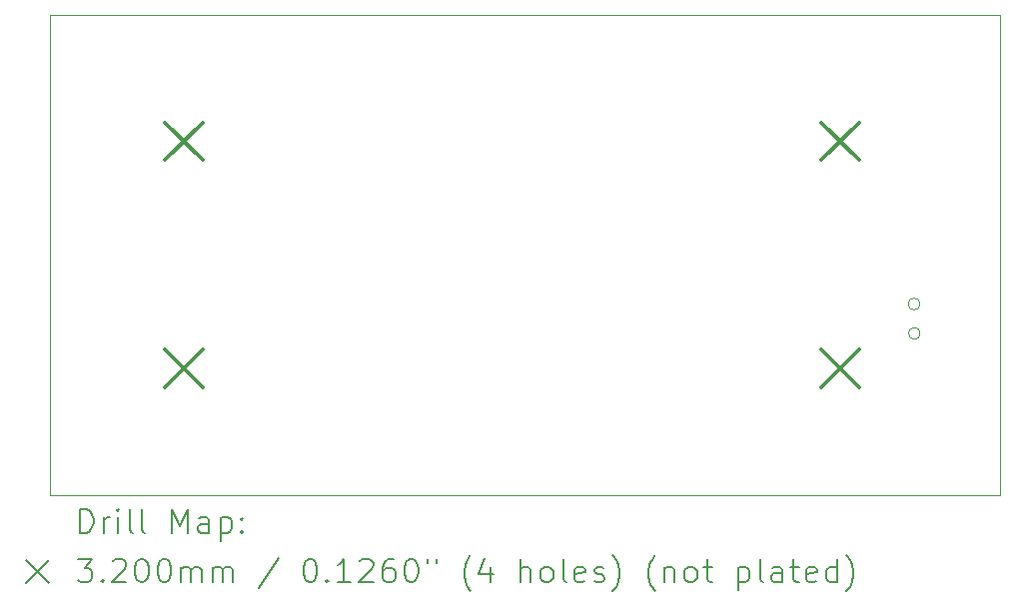
<source format=gbr>
%TF.GenerationSoftware,KiCad,Pcbnew,7.0.10*%
%TF.CreationDate,2024-02-02T07:34:27+01:00*%
%TF.ProjectId,stm32_esp32_pcb,73746d33-325f-4657-9370-33325f706362,rev?*%
%TF.SameCoordinates,Original*%
%TF.FileFunction,Drillmap*%
%TF.FilePolarity,Positive*%
%FSLAX45Y45*%
G04 Gerber Fmt 4.5, Leading zero omitted, Abs format (unit mm)*
G04 Created by KiCad (PCBNEW 7.0.10) date 2024-02-02 07:34:27*
%MOMM*%
%LPD*%
G01*
G04 APERTURE LIST*
%ADD10C,0.100000*%
%ADD11C,0.050000*%
%ADD12C,0.200000*%
%ADD13C,0.320000*%
G04 APERTURE END LIST*
D10*
X21000000Y-4900000D02*
X21000000Y-8975000D01*
D11*
X20327500Y-7600000D02*
G75*
G03*
X20227500Y-7600000I-50000J0D01*
G01*
X20227500Y-7600000D02*
G75*
G03*
X20327500Y-7600000I50000J0D01*
G01*
D10*
X12950000Y-8975000D02*
X12950000Y-4900000D01*
D11*
X20325000Y-7350000D02*
G75*
G03*
X20225000Y-7350000I-50000J0D01*
G01*
X20225000Y-7350000D02*
G75*
G03*
X20325000Y-7350000I50000J0D01*
G01*
D10*
X12950000Y-4900000D02*
X21000000Y-4900000D01*
X21000000Y-8975000D02*
X12950000Y-8975000D01*
D12*
D13*
X13929000Y-5810000D02*
X14249000Y-6130000D01*
X14249000Y-5810000D02*
X13929000Y-6130000D01*
X13929000Y-7740000D02*
X14249000Y-8060000D01*
X14249000Y-7740000D02*
X13929000Y-8060000D01*
X19491000Y-5810000D02*
X19811000Y-6130000D01*
X19811000Y-5810000D02*
X19491000Y-6130000D01*
X19491000Y-7740000D02*
X19811000Y-8060000D01*
X19811000Y-7740000D02*
X19491000Y-8060000D01*
D12*
X13205777Y-9291484D02*
X13205777Y-9091484D01*
X13205777Y-9091484D02*
X13253396Y-9091484D01*
X13253396Y-9091484D02*
X13281967Y-9101008D01*
X13281967Y-9101008D02*
X13301015Y-9120055D01*
X13301015Y-9120055D02*
X13310539Y-9139103D01*
X13310539Y-9139103D02*
X13320062Y-9177198D01*
X13320062Y-9177198D02*
X13320062Y-9205770D01*
X13320062Y-9205770D02*
X13310539Y-9243865D01*
X13310539Y-9243865D02*
X13301015Y-9262912D01*
X13301015Y-9262912D02*
X13281967Y-9281960D01*
X13281967Y-9281960D02*
X13253396Y-9291484D01*
X13253396Y-9291484D02*
X13205777Y-9291484D01*
X13405777Y-9291484D02*
X13405777Y-9158150D01*
X13405777Y-9196246D02*
X13415301Y-9177198D01*
X13415301Y-9177198D02*
X13424824Y-9167674D01*
X13424824Y-9167674D02*
X13443872Y-9158150D01*
X13443872Y-9158150D02*
X13462920Y-9158150D01*
X13529586Y-9291484D02*
X13529586Y-9158150D01*
X13529586Y-9091484D02*
X13520062Y-9101008D01*
X13520062Y-9101008D02*
X13529586Y-9110531D01*
X13529586Y-9110531D02*
X13539110Y-9101008D01*
X13539110Y-9101008D02*
X13529586Y-9091484D01*
X13529586Y-9091484D02*
X13529586Y-9110531D01*
X13653396Y-9291484D02*
X13634348Y-9281960D01*
X13634348Y-9281960D02*
X13624824Y-9262912D01*
X13624824Y-9262912D02*
X13624824Y-9091484D01*
X13758158Y-9291484D02*
X13739110Y-9281960D01*
X13739110Y-9281960D02*
X13729586Y-9262912D01*
X13729586Y-9262912D02*
X13729586Y-9091484D01*
X13986729Y-9291484D02*
X13986729Y-9091484D01*
X13986729Y-9091484D02*
X14053396Y-9234341D01*
X14053396Y-9234341D02*
X14120062Y-9091484D01*
X14120062Y-9091484D02*
X14120062Y-9291484D01*
X14301015Y-9291484D02*
X14301015Y-9186722D01*
X14301015Y-9186722D02*
X14291491Y-9167674D01*
X14291491Y-9167674D02*
X14272443Y-9158150D01*
X14272443Y-9158150D02*
X14234348Y-9158150D01*
X14234348Y-9158150D02*
X14215301Y-9167674D01*
X14301015Y-9281960D02*
X14281967Y-9291484D01*
X14281967Y-9291484D02*
X14234348Y-9291484D01*
X14234348Y-9291484D02*
X14215301Y-9281960D01*
X14215301Y-9281960D02*
X14205777Y-9262912D01*
X14205777Y-9262912D02*
X14205777Y-9243865D01*
X14205777Y-9243865D02*
X14215301Y-9224817D01*
X14215301Y-9224817D02*
X14234348Y-9215293D01*
X14234348Y-9215293D02*
X14281967Y-9215293D01*
X14281967Y-9215293D02*
X14301015Y-9205770D01*
X14396253Y-9158150D02*
X14396253Y-9358150D01*
X14396253Y-9167674D02*
X14415301Y-9158150D01*
X14415301Y-9158150D02*
X14453396Y-9158150D01*
X14453396Y-9158150D02*
X14472443Y-9167674D01*
X14472443Y-9167674D02*
X14481967Y-9177198D01*
X14481967Y-9177198D02*
X14491491Y-9196246D01*
X14491491Y-9196246D02*
X14491491Y-9253389D01*
X14491491Y-9253389D02*
X14481967Y-9272436D01*
X14481967Y-9272436D02*
X14472443Y-9281960D01*
X14472443Y-9281960D02*
X14453396Y-9291484D01*
X14453396Y-9291484D02*
X14415301Y-9291484D01*
X14415301Y-9291484D02*
X14396253Y-9281960D01*
X14577205Y-9272436D02*
X14586729Y-9281960D01*
X14586729Y-9281960D02*
X14577205Y-9291484D01*
X14577205Y-9291484D02*
X14567682Y-9281960D01*
X14567682Y-9281960D02*
X14577205Y-9272436D01*
X14577205Y-9272436D02*
X14577205Y-9291484D01*
X14577205Y-9167674D02*
X14586729Y-9177198D01*
X14586729Y-9177198D02*
X14577205Y-9186722D01*
X14577205Y-9186722D02*
X14567682Y-9177198D01*
X14567682Y-9177198D02*
X14577205Y-9167674D01*
X14577205Y-9167674D02*
X14577205Y-9186722D01*
X12745000Y-9520000D02*
X12945000Y-9720000D01*
X12945000Y-9520000D02*
X12745000Y-9720000D01*
X13186729Y-9511484D02*
X13310539Y-9511484D01*
X13310539Y-9511484D02*
X13243872Y-9587674D01*
X13243872Y-9587674D02*
X13272443Y-9587674D01*
X13272443Y-9587674D02*
X13291491Y-9597198D01*
X13291491Y-9597198D02*
X13301015Y-9606722D01*
X13301015Y-9606722D02*
X13310539Y-9625770D01*
X13310539Y-9625770D02*
X13310539Y-9673389D01*
X13310539Y-9673389D02*
X13301015Y-9692436D01*
X13301015Y-9692436D02*
X13291491Y-9701960D01*
X13291491Y-9701960D02*
X13272443Y-9711484D01*
X13272443Y-9711484D02*
X13215301Y-9711484D01*
X13215301Y-9711484D02*
X13196253Y-9701960D01*
X13196253Y-9701960D02*
X13186729Y-9692436D01*
X13396253Y-9692436D02*
X13405777Y-9701960D01*
X13405777Y-9701960D02*
X13396253Y-9711484D01*
X13396253Y-9711484D02*
X13386729Y-9701960D01*
X13386729Y-9701960D02*
X13396253Y-9692436D01*
X13396253Y-9692436D02*
X13396253Y-9711484D01*
X13481967Y-9530531D02*
X13491491Y-9521008D01*
X13491491Y-9521008D02*
X13510539Y-9511484D01*
X13510539Y-9511484D02*
X13558158Y-9511484D01*
X13558158Y-9511484D02*
X13577205Y-9521008D01*
X13577205Y-9521008D02*
X13586729Y-9530531D01*
X13586729Y-9530531D02*
X13596253Y-9549579D01*
X13596253Y-9549579D02*
X13596253Y-9568627D01*
X13596253Y-9568627D02*
X13586729Y-9597198D01*
X13586729Y-9597198D02*
X13472443Y-9711484D01*
X13472443Y-9711484D02*
X13596253Y-9711484D01*
X13720062Y-9511484D02*
X13739110Y-9511484D01*
X13739110Y-9511484D02*
X13758158Y-9521008D01*
X13758158Y-9521008D02*
X13767682Y-9530531D01*
X13767682Y-9530531D02*
X13777205Y-9549579D01*
X13777205Y-9549579D02*
X13786729Y-9587674D01*
X13786729Y-9587674D02*
X13786729Y-9635293D01*
X13786729Y-9635293D02*
X13777205Y-9673389D01*
X13777205Y-9673389D02*
X13767682Y-9692436D01*
X13767682Y-9692436D02*
X13758158Y-9701960D01*
X13758158Y-9701960D02*
X13739110Y-9711484D01*
X13739110Y-9711484D02*
X13720062Y-9711484D01*
X13720062Y-9711484D02*
X13701015Y-9701960D01*
X13701015Y-9701960D02*
X13691491Y-9692436D01*
X13691491Y-9692436D02*
X13681967Y-9673389D01*
X13681967Y-9673389D02*
X13672443Y-9635293D01*
X13672443Y-9635293D02*
X13672443Y-9587674D01*
X13672443Y-9587674D02*
X13681967Y-9549579D01*
X13681967Y-9549579D02*
X13691491Y-9530531D01*
X13691491Y-9530531D02*
X13701015Y-9521008D01*
X13701015Y-9521008D02*
X13720062Y-9511484D01*
X13910539Y-9511484D02*
X13929586Y-9511484D01*
X13929586Y-9511484D02*
X13948634Y-9521008D01*
X13948634Y-9521008D02*
X13958158Y-9530531D01*
X13958158Y-9530531D02*
X13967682Y-9549579D01*
X13967682Y-9549579D02*
X13977205Y-9587674D01*
X13977205Y-9587674D02*
X13977205Y-9635293D01*
X13977205Y-9635293D02*
X13967682Y-9673389D01*
X13967682Y-9673389D02*
X13958158Y-9692436D01*
X13958158Y-9692436D02*
X13948634Y-9701960D01*
X13948634Y-9701960D02*
X13929586Y-9711484D01*
X13929586Y-9711484D02*
X13910539Y-9711484D01*
X13910539Y-9711484D02*
X13891491Y-9701960D01*
X13891491Y-9701960D02*
X13881967Y-9692436D01*
X13881967Y-9692436D02*
X13872443Y-9673389D01*
X13872443Y-9673389D02*
X13862920Y-9635293D01*
X13862920Y-9635293D02*
X13862920Y-9587674D01*
X13862920Y-9587674D02*
X13872443Y-9549579D01*
X13872443Y-9549579D02*
X13881967Y-9530531D01*
X13881967Y-9530531D02*
X13891491Y-9521008D01*
X13891491Y-9521008D02*
X13910539Y-9511484D01*
X14062920Y-9711484D02*
X14062920Y-9578150D01*
X14062920Y-9597198D02*
X14072443Y-9587674D01*
X14072443Y-9587674D02*
X14091491Y-9578150D01*
X14091491Y-9578150D02*
X14120063Y-9578150D01*
X14120063Y-9578150D02*
X14139110Y-9587674D01*
X14139110Y-9587674D02*
X14148634Y-9606722D01*
X14148634Y-9606722D02*
X14148634Y-9711484D01*
X14148634Y-9606722D02*
X14158158Y-9587674D01*
X14158158Y-9587674D02*
X14177205Y-9578150D01*
X14177205Y-9578150D02*
X14205777Y-9578150D01*
X14205777Y-9578150D02*
X14224824Y-9587674D01*
X14224824Y-9587674D02*
X14234348Y-9606722D01*
X14234348Y-9606722D02*
X14234348Y-9711484D01*
X14329586Y-9711484D02*
X14329586Y-9578150D01*
X14329586Y-9597198D02*
X14339110Y-9587674D01*
X14339110Y-9587674D02*
X14358158Y-9578150D01*
X14358158Y-9578150D02*
X14386729Y-9578150D01*
X14386729Y-9578150D02*
X14405777Y-9587674D01*
X14405777Y-9587674D02*
X14415301Y-9606722D01*
X14415301Y-9606722D02*
X14415301Y-9711484D01*
X14415301Y-9606722D02*
X14424824Y-9587674D01*
X14424824Y-9587674D02*
X14443872Y-9578150D01*
X14443872Y-9578150D02*
X14472443Y-9578150D01*
X14472443Y-9578150D02*
X14491491Y-9587674D01*
X14491491Y-9587674D02*
X14501015Y-9606722D01*
X14501015Y-9606722D02*
X14501015Y-9711484D01*
X14891491Y-9501960D02*
X14720063Y-9759103D01*
X15148634Y-9511484D02*
X15167682Y-9511484D01*
X15167682Y-9511484D02*
X15186729Y-9521008D01*
X15186729Y-9521008D02*
X15196253Y-9530531D01*
X15196253Y-9530531D02*
X15205777Y-9549579D01*
X15205777Y-9549579D02*
X15215301Y-9587674D01*
X15215301Y-9587674D02*
X15215301Y-9635293D01*
X15215301Y-9635293D02*
X15205777Y-9673389D01*
X15205777Y-9673389D02*
X15196253Y-9692436D01*
X15196253Y-9692436D02*
X15186729Y-9701960D01*
X15186729Y-9701960D02*
X15167682Y-9711484D01*
X15167682Y-9711484D02*
X15148634Y-9711484D01*
X15148634Y-9711484D02*
X15129586Y-9701960D01*
X15129586Y-9701960D02*
X15120063Y-9692436D01*
X15120063Y-9692436D02*
X15110539Y-9673389D01*
X15110539Y-9673389D02*
X15101015Y-9635293D01*
X15101015Y-9635293D02*
X15101015Y-9587674D01*
X15101015Y-9587674D02*
X15110539Y-9549579D01*
X15110539Y-9549579D02*
X15120063Y-9530531D01*
X15120063Y-9530531D02*
X15129586Y-9521008D01*
X15129586Y-9521008D02*
X15148634Y-9511484D01*
X15301015Y-9692436D02*
X15310539Y-9701960D01*
X15310539Y-9701960D02*
X15301015Y-9711484D01*
X15301015Y-9711484D02*
X15291491Y-9701960D01*
X15291491Y-9701960D02*
X15301015Y-9692436D01*
X15301015Y-9692436D02*
X15301015Y-9711484D01*
X15501015Y-9711484D02*
X15386729Y-9711484D01*
X15443872Y-9711484D02*
X15443872Y-9511484D01*
X15443872Y-9511484D02*
X15424825Y-9540055D01*
X15424825Y-9540055D02*
X15405777Y-9559103D01*
X15405777Y-9559103D02*
X15386729Y-9568627D01*
X15577206Y-9530531D02*
X15586729Y-9521008D01*
X15586729Y-9521008D02*
X15605777Y-9511484D01*
X15605777Y-9511484D02*
X15653396Y-9511484D01*
X15653396Y-9511484D02*
X15672444Y-9521008D01*
X15672444Y-9521008D02*
X15681967Y-9530531D01*
X15681967Y-9530531D02*
X15691491Y-9549579D01*
X15691491Y-9549579D02*
X15691491Y-9568627D01*
X15691491Y-9568627D02*
X15681967Y-9597198D01*
X15681967Y-9597198D02*
X15567682Y-9711484D01*
X15567682Y-9711484D02*
X15691491Y-9711484D01*
X15862920Y-9511484D02*
X15824825Y-9511484D01*
X15824825Y-9511484D02*
X15805777Y-9521008D01*
X15805777Y-9521008D02*
X15796253Y-9530531D01*
X15796253Y-9530531D02*
X15777206Y-9559103D01*
X15777206Y-9559103D02*
X15767682Y-9597198D01*
X15767682Y-9597198D02*
X15767682Y-9673389D01*
X15767682Y-9673389D02*
X15777206Y-9692436D01*
X15777206Y-9692436D02*
X15786729Y-9701960D01*
X15786729Y-9701960D02*
X15805777Y-9711484D01*
X15805777Y-9711484D02*
X15843872Y-9711484D01*
X15843872Y-9711484D02*
X15862920Y-9701960D01*
X15862920Y-9701960D02*
X15872444Y-9692436D01*
X15872444Y-9692436D02*
X15881967Y-9673389D01*
X15881967Y-9673389D02*
X15881967Y-9625770D01*
X15881967Y-9625770D02*
X15872444Y-9606722D01*
X15872444Y-9606722D02*
X15862920Y-9597198D01*
X15862920Y-9597198D02*
X15843872Y-9587674D01*
X15843872Y-9587674D02*
X15805777Y-9587674D01*
X15805777Y-9587674D02*
X15786729Y-9597198D01*
X15786729Y-9597198D02*
X15777206Y-9606722D01*
X15777206Y-9606722D02*
X15767682Y-9625770D01*
X16005777Y-9511484D02*
X16024825Y-9511484D01*
X16024825Y-9511484D02*
X16043872Y-9521008D01*
X16043872Y-9521008D02*
X16053396Y-9530531D01*
X16053396Y-9530531D02*
X16062920Y-9549579D01*
X16062920Y-9549579D02*
X16072444Y-9587674D01*
X16072444Y-9587674D02*
X16072444Y-9635293D01*
X16072444Y-9635293D02*
X16062920Y-9673389D01*
X16062920Y-9673389D02*
X16053396Y-9692436D01*
X16053396Y-9692436D02*
X16043872Y-9701960D01*
X16043872Y-9701960D02*
X16024825Y-9711484D01*
X16024825Y-9711484D02*
X16005777Y-9711484D01*
X16005777Y-9711484D02*
X15986729Y-9701960D01*
X15986729Y-9701960D02*
X15977206Y-9692436D01*
X15977206Y-9692436D02*
X15967682Y-9673389D01*
X15967682Y-9673389D02*
X15958158Y-9635293D01*
X15958158Y-9635293D02*
X15958158Y-9587674D01*
X15958158Y-9587674D02*
X15967682Y-9549579D01*
X15967682Y-9549579D02*
X15977206Y-9530531D01*
X15977206Y-9530531D02*
X15986729Y-9521008D01*
X15986729Y-9521008D02*
X16005777Y-9511484D01*
X16148634Y-9511484D02*
X16148634Y-9549579D01*
X16224825Y-9511484D02*
X16224825Y-9549579D01*
X16520063Y-9787674D02*
X16510539Y-9778150D01*
X16510539Y-9778150D02*
X16491491Y-9749579D01*
X16491491Y-9749579D02*
X16481968Y-9730531D01*
X16481968Y-9730531D02*
X16472444Y-9701960D01*
X16472444Y-9701960D02*
X16462920Y-9654341D01*
X16462920Y-9654341D02*
X16462920Y-9616246D01*
X16462920Y-9616246D02*
X16472444Y-9568627D01*
X16472444Y-9568627D02*
X16481968Y-9540055D01*
X16481968Y-9540055D02*
X16491491Y-9521008D01*
X16491491Y-9521008D02*
X16510539Y-9492436D01*
X16510539Y-9492436D02*
X16520063Y-9482912D01*
X16681968Y-9578150D02*
X16681968Y-9711484D01*
X16634348Y-9501960D02*
X16586729Y-9644817D01*
X16586729Y-9644817D02*
X16710539Y-9644817D01*
X16939111Y-9711484D02*
X16939111Y-9511484D01*
X17024825Y-9711484D02*
X17024825Y-9606722D01*
X17024825Y-9606722D02*
X17015301Y-9587674D01*
X17015301Y-9587674D02*
X16996253Y-9578150D01*
X16996253Y-9578150D02*
X16967682Y-9578150D01*
X16967682Y-9578150D02*
X16948634Y-9587674D01*
X16948634Y-9587674D02*
X16939111Y-9597198D01*
X17148634Y-9711484D02*
X17129587Y-9701960D01*
X17129587Y-9701960D02*
X17120063Y-9692436D01*
X17120063Y-9692436D02*
X17110539Y-9673389D01*
X17110539Y-9673389D02*
X17110539Y-9616246D01*
X17110539Y-9616246D02*
X17120063Y-9597198D01*
X17120063Y-9597198D02*
X17129587Y-9587674D01*
X17129587Y-9587674D02*
X17148634Y-9578150D01*
X17148634Y-9578150D02*
X17177206Y-9578150D01*
X17177206Y-9578150D02*
X17196253Y-9587674D01*
X17196253Y-9587674D02*
X17205777Y-9597198D01*
X17205777Y-9597198D02*
X17215301Y-9616246D01*
X17215301Y-9616246D02*
X17215301Y-9673389D01*
X17215301Y-9673389D02*
X17205777Y-9692436D01*
X17205777Y-9692436D02*
X17196253Y-9701960D01*
X17196253Y-9701960D02*
X17177206Y-9711484D01*
X17177206Y-9711484D02*
X17148634Y-9711484D01*
X17329587Y-9711484D02*
X17310539Y-9701960D01*
X17310539Y-9701960D02*
X17301015Y-9682912D01*
X17301015Y-9682912D02*
X17301015Y-9511484D01*
X17481968Y-9701960D02*
X17462920Y-9711484D01*
X17462920Y-9711484D02*
X17424825Y-9711484D01*
X17424825Y-9711484D02*
X17405777Y-9701960D01*
X17405777Y-9701960D02*
X17396253Y-9682912D01*
X17396253Y-9682912D02*
X17396253Y-9606722D01*
X17396253Y-9606722D02*
X17405777Y-9587674D01*
X17405777Y-9587674D02*
X17424825Y-9578150D01*
X17424825Y-9578150D02*
X17462920Y-9578150D01*
X17462920Y-9578150D02*
X17481968Y-9587674D01*
X17481968Y-9587674D02*
X17491492Y-9606722D01*
X17491492Y-9606722D02*
X17491492Y-9625770D01*
X17491492Y-9625770D02*
X17396253Y-9644817D01*
X17567682Y-9701960D02*
X17586730Y-9711484D01*
X17586730Y-9711484D02*
X17624825Y-9711484D01*
X17624825Y-9711484D02*
X17643873Y-9701960D01*
X17643873Y-9701960D02*
X17653396Y-9682912D01*
X17653396Y-9682912D02*
X17653396Y-9673389D01*
X17653396Y-9673389D02*
X17643873Y-9654341D01*
X17643873Y-9654341D02*
X17624825Y-9644817D01*
X17624825Y-9644817D02*
X17596253Y-9644817D01*
X17596253Y-9644817D02*
X17577206Y-9635293D01*
X17577206Y-9635293D02*
X17567682Y-9616246D01*
X17567682Y-9616246D02*
X17567682Y-9606722D01*
X17567682Y-9606722D02*
X17577206Y-9587674D01*
X17577206Y-9587674D02*
X17596253Y-9578150D01*
X17596253Y-9578150D02*
X17624825Y-9578150D01*
X17624825Y-9578150D02*
X17643873Y-9587674D01*
X17720063Y-9787674D02*
X17729587Y-9778150D01*
X17729587Y-9778150D02*
X17748634Y-9749579D01*
X17748634Y-9749579D02*
X17758158Y-9730531D01*
X17758158Y-9730531D02*
X17767682Y-9701960D01*
X17767682Y-9701960D02*
X17777206Y-9654341D01*
X17777206Y-9654341D02*
X17777206Y-9616246D01*
X17777206Y-9616246D02*
X17767682Y-9568627D01*
X17767682Y-9568627D02*
X17758158Y-9540055D01*
X17758158Y-9540055D02*
X17748634Y-9521008D01*
X17748634Y-9521008D02*
X17729587Y-9492436D01*
X17729587Y-9492436D02*
X17720063Y-9482912D01*
X18081968Y-9787674D02*
X18072444Y-9778150D01*
X18072444Y-9778150D02*
X18053396Y-9749579D01*
X18053396Y-9749579D02*
X18043873Y-9730531D01*
X18043873Y-9730531D02*
X18034349Y-9701960D01*
X18034349Y-9701960D02*
X18024825Y-9654341D01*
X18024825Y-9654341D02*
X18024825Y-9616246D01*
X18024825Y-9616246D02*
X18034349Y-9568627D01*
X18034349Y-9568627D02*
X18043873Y-9540055D01*
X18043873Y-9540055D02*
X18053396Y-9521008D01*
X18053396Y-9521008D02*
X18072444Y-9492436D01*
X18072444Y-9492436D02*
X18081968Y-9482912D01*
X18158158Y-9578150D02*
X18158158Y-9711484D01*
X18158158Y-9597198D02*
X18167682Y-9587674D01*
X18167682Y-9587674D02*
X18186730Y-9578150D01*
X18186730Y-9578150D02*
X18215301Y-9578150D01*
X18215301Y-9578150D02*
X18234349Y-9587674D01*
X18234349Y-9587674D02*
X18243873Y-9606722D01*
X18243873Y-9606722D02*
X18243873Y-9711484D01*
X18367682Y-9711484D02*
X18348634Y-9701960D01*
X18348634Y-9701960D02*
X18339111Y-9692436D01*
X18339111Y-9692436D02*
X18329587Y-9673389D01*
X18329587Y-9673389D02*
X18329587Y-9616246D01*
X18329587Y-9616246D02*
X18339111Y-9597198D01*
X18339111Y-9597198D02*
X18348634Y-9587674D01*
X18348634Y-9587674D02*
X18367682Y-9578150D01*
X18367682Y-9578150D02*
X18396254Y-9578150D01*
X18396254Y-9578150D02*
X18415301Y-9587674D01*
X18415301Y-9587674D02*
X18424825Y-9597198D01*
X18424825Y-9597198D02*
X18434349Y-9616246D01*
X18434349Y-9616246D02*
X18434349Y-9673389D01*
X18434349Y-9673389D02*
X18424825Y-9692436D01*
X18424825Y-9692436D02*
X18415301Y-9701960D01*
X18415301Y-9701960D02*
X18396254Y-9711484D01*
X18396254Y-9711484D02*
X18367682Y-9711484D01*
X18491492Y-9578150D02*
X18567682Y-9578150D01*
X18520063Y-9511484D02*
X18520063Y-9682912D01*
X18520063Y-9682912D02*
X18529587Y-9701960D01*
X18529587Y-9701960D02*
X18548634Y-9711484D01*
X18548634Y-9711484D02*
X18567682Y-9711484D01*
X18786730Y-9578150D02*
X18786730Y-9778150D01*
X18786730Y-9587674D02*
X18805777Y-9578150D01*
X18805777Y-9578150D02*
X18843873Y-9578150D01*
X18843873Y-9578150D02*
X18862920Y-9587674D01*
X18862920Y-9587674D02*
X18872444Y-9597198D01*
X18872444Y-9597198D02*
X18881968Y-9616246D01*
X18881968Y-9616246D02*
X18881968Y-9673389D01*
X18881968Y-9673389D02*
X18872444Y-9692436D01*
X18872444Y-9692436D02*
X18862920Y-9701960D01*
X18862920Y-9701960D02*
X18843873Y-9711484D01*
X18843873Y-9711484D02*
X18805777Y-9711484D01*
X18805777Y-9711484D02*
X18786730Y-9701960D01*
X18996254Y-9711484D02*
X18977206Y-9701960D01*
X18977206Y-9701960D02*
X18967682Y-9682912D01*
X18967682Y-9682912D02*
X18967682Y-9511484D01*
X19158158Y-9711484D02*
X19158158Y-9606722D01*
X19158158Y-9606722D02*
X19148635Y-9587674D01*
X19148635Y-9587674D02*
X19129587Y-9578150D01*
X19129587Y-9578150D02*
X19091492Y-9578150D01*
X19091492Y-9578150D02*
X19072444Y-9587674D01*
X19158158Y-9701960D02*
X19139111Y-9711484D01*
X19139111Y-9711484D02*
X19091492Y-9711484D01*
X19091492Y-9711484D02*
X19072444Y-9701960D01*
X19072444Y-9701960D02*
X19062920Y-9682912D01*
X19062920Y-9682912D02*
X19062920Y-9663865D01*
X19062920Y-9663865D02*
X19072444Y-9644817D01*
X19072444Y-9644817D02*
X19091492Y-9635293D01*
X19091492Y-9635293D02*
X19139111Y-9635293D01*
X19139111Y-9635293D02*
X19158158Y-9625770D01*
X19224825Y-9578150D02*
X19301015Y-9578150D01*
X19253396Y-9511484D02*
X19253396Y-9682912D01*
X19253396Y-9682912D02*
X19262920Y-9701960D01*
X19262920Y-9701960D02*
X19281968Y-9711484D01*
X19281968Y-9711484D02*
X19301015Y-9711484D01*
X19443873Y-9701960D02*
X19424825Y-9711484D01*
X19424825Y-9711484D02*
X19386730Y-9711484D01*
X19386730Y-9711484D02*
X19367682Y-9701960D01*
X19367682Y-9701960D02*
X19358158Y-9682912D01*
X19358158Y-9682912D02*
X19358158Y-9606722D01*
X19358158Y-9606722D02*
X19367682Y-9587674D01*
X19367682Y-9587674D02*
X19386730Y-9578150D01*
X19386730Y-9578150D02*
X19424825Y-9578150D01*
X19424825Y-9578150D02*
X19443873Y-9587674D01*
X19443873Y-9587674D02*
X19453396Y-9606722D01*
X19453396Y-9606722D02*
X19453396Y-9625770D01*
X19453396Y-9625770D02*
X19358158Y-9644817D01*
X19624825Y-9711484D02*
X19624825Y-9511484D01*
X19624825Y-9701960D02*
X19605777Y-9711484D01*
X19605777Y-9711484D02*
X19567682Y-9711484D01*
X19567682Y-9711484D02*
X19548635Y-9701960D01*
X19548635Y-9701960D02*
X19539111Y-9692436D01*
X19539111Y-9692436D02*
X19529587Y-9673389D01*
X19529587Y-9673389D02*
X19529587Y-9616246D01*
X19529587Y-9616246D02*
X19539111Y-9597198D01*
X19539111Y-9597198D02*
X19548635Y-9587674D01*
X19548635Y-9587674D02*
X19567682Y-9578150D01*
X19567682Y-9578150D02*
X19605777Y-9578150D01*
X19605777Y-9578150D02*
X19624825Y-9587674D01*
X19701016Y-9787674D02*
X19710539Y-9778150D01*
X19710539Y-9778150D02*
X19729587Y-9749579D01*
X19729587Y-9749579D02*
X19739111Y-9730531D01*
X19739111Y-9730531D02*
X19748635Y-9701960D01*
X19748635Y-9701960D02*
X19758158Y-9654341D01*
X19758158Y-9654341D02*
X19758158Y-9616246D01*
X19758158Y-9616246D02*
X19748635Y-9568627D01*
X19748635Y-9568627D02*
X19739111Y-9540055D01*
X19739111Y-9540055D02*
X19729587Y-9521008D01*
X19729587Y-9521008D02*
X19710539Y-9492436D01*
X19710539Y-9492436D02*
X19701016Y-9482912D01*
M02*

</source>
